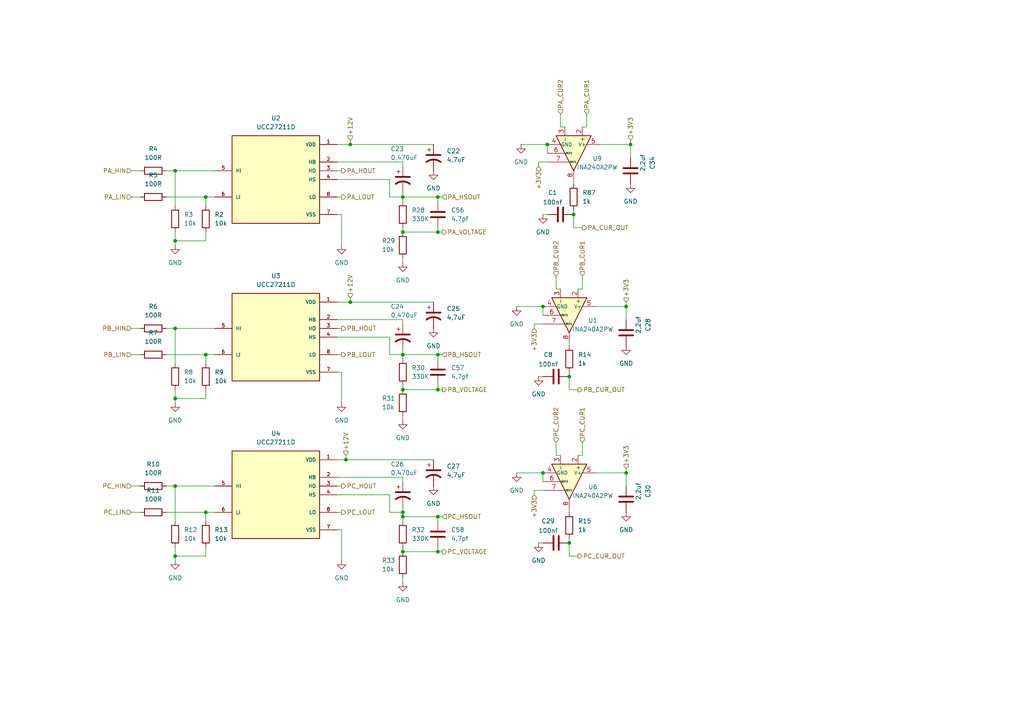
<source format=kicad_sch>
(kicad_sch (version 20250114) (generator "eeschema") (generator_version "9.0")
  (paper "A4")
  (lib_symbols
    (symbol "Amplifier_Current:INA240A2PW" (pin_names (offset 0.127))
      (property "Reference" "U" (at 3.81 3.81 0))
      (property "Value" "INA240A2PW" (at 3.81 -2.54 0))
      (symbol "INA240A2PW_0_1"
        (polyline (pts (xy 5.08 0) (xy -5.08 5.08) (xy -5.08 -5.08) (xy 5.08 0)) (stroke (width 0.254)) (fill (type background)))
      )
      (symbol "INA240A2PW_1_1"
        (pin input line (at -7.62 2.54 0) (length 2.54) (name "+") (number "2"))
        (pin input line (at -7.62 -2.54 0) (length 2.54) (name "-") (number "3"))
        (pin power_in line (at -2.54 7.62 270) (length 3.81) (name "V+") (number "5"))
        (pin passive line (at -2.54 -7.62 90) (length 3.81) (hide yes) (name "GND") (number "1"))
        (pin power_in line (at -2.54 -7.62 90) (length 3.81) (name "GND") (number "4"))
        (pin passive line (at 0 -7.62 90) (length 5.08) (name "REF2") (number "6"))
        (pin passive line (at 2.54 -7.62 90) (length 6.35) (name "REF1") (number "7"))
        (pin output line (at 7.62 0 180) (length 2.54) (name "~") (number "8"))
      )
    )
    (symbol "Device:C" (pin_numbers (hide yes)) (pin_names (offset 0.254))
      (property "Reference" "C" (at 0.635 2.54 0))
      (property "Value" "C" (at 0.635 -2.54 0))
      (symbol "C_0_1"
        (polyline (pts (xy -2.032 0.762) (xy 2.032 0.762)) (stroke (width 0.508)))
        (polyline (pts (xy -2.032 -0.762) (xy 2.032 -0.762)) (stroke (width 0.508)))
      )
      (symbol "C_1_1"
        (pin passive line (at 0 3.81 270) (length 2.794) (name "~") (number "1"))
        (pin passive line (at 0 -3.81 90) (length 2.794) (name "~") (number "2"))
      )
    )
    (symbol "Device:C_Polarized_US" (pin_numbers (hide yes)) (pin_names (offset 0.254) (hide yes))
      (property "Reference" "C" (at 0.635 2.54 0))
      (property "Value" "C_Polarized_US" (at 0.635 -2.54 0))
      (symbol "C_Polarized_US_0_1"
        (polyline (pts (xy -2.032 0.762) (xy 2.032 0.762)) (stroke (width 0.508)))
        (polyline (pts (xy -1.778 2.286) (xy -0.762 2.286)))
        (polyline (pts (xy -1.27 1.778) (xy -1.27 2.794)))
        (arc (start -2.032 -1.27) (mid 0 -0.5572) (end 2.032 -1.27) (stroke (width 0.508)))
      )
      (symbol "C_Polarized_US_1_1"
        (pin passive line (at 0 3.81 270) (length 2.794) (name "~") (number "1"))
        (pin passive line (at 0 -3.81 90) (length 3.302) (name "~") (number "2"))
      )
    )
    (symbol "Device:R" (pin_numbers (hide yes)) (pin_names (offset 0))
      (property "Reference" "R" (at 2.032 0 90))
      (property "Value" "R" (at 0 0 90))
      (symbol "R_0_1"
        (rectangle (start -1.016 -2.54) (end 1.016 2.54) (stroke (width 0.254)))
      )
      (symbol "R_1_1"
        (pin passive line (at 0 3.81 270) (length 1.27) (name "~") (number "1"))
        (pin passive line (at 0 -3.81 90) (length 1.27) (name "~") (number "2"))
      )
    )
    (symbol "GND_1" (power) (pin_numbers (hide yes)) (pin_names (offset 0) (hide yes))
      (property "Value" "GND" (at 0 -3.81 0))
      (symbol "GND_1_0_1"
        (polyline (pts (xy 0 0) (xy 0 -1.27) (xy 1.27 -1.27) (xy 0 -2.54) (xy -1.27 -1.27) (xy 0 -1.27)))
      )
      (symbol "GND_1_1_1"
        (pin power_in line (at 0 0 270) (length 0) (name "~") (number "1"))
      )
    )
    (symbol "UCC27211D:UCC27211D" (pin_names (offset 1.016))
      (property "Reference" "U" (at -12.7 13.7 0))
      (property "Value" "UCC27211D" (at -12.7 -15.24 0))
      (symbol "UCC27211D_0_0"
        (rectangle (start -12.7 -12.7) (end 12.7 12.7) (stroke (width 0.254)) (fill (type background)))
        (pin input line (at -17.78 2.54 0) (length 5.08) (name "HI") (number "5"))
        (pin input line (at -17.78 -5.08 0) (length 5.08) (name "LI") (number "6"))
        (pin power_in line (at 17.78 10.16 180) (length 5.08) (name "VDD") (number "1"))
        (pin passive line (at 17.78 5.08 180) (length 5.08) (name "HB") (number "2"))
        (pin output line (at 17.78 2.54 180) (length 5.08) (name "HO") (number "3"))
        (pin passive line (at 17.78 0 180) (length 5.08) (name "HS") (number "4"))
        (pin output line (at 17.78 -5.08 180) (length 5.08) (name "LO") (number "8"))
        (pin power_in line (at 17.78 -10.16 180) (length 5.08) (name "VSS") (number "7"))
      )
    )
    (symbol "power:GND" (power) (pin_numbers (hide yes)) (pin_names (offset 0) (hide yes))
      (property "Value" "GND" (at 0 -3.81 0))
      (symbol "GND_0_1"
        (polyline (pts (xy 0 0) (xy 0 -1.27) (xy 1.27 -1.27) (xy 0 -2.54) (xy -1.27 -1.27) (xy 0 -1.27)))
      )
      (symbol "GND_1_1"
        (pin power_in line (at 0 0 270) (length 0) (name "~") (number "1"))
      )
    )
  )
  (junction (at 116.84 67.31))
  (junction (at 116.84 148.59))
  (junction (at 50.8 140.97))
  (junction (at 165.1 157.48))
  (junction (at 127 160.02))
  (junction (at 116.84 57.15))
  (junction (at 50.8 49.53))
  (junction (at 50.8 161.29))
  (junction (at 127 102.87))
  (junction (at 166.37 62.23))
  (junction (at 50.8 69.85))
  (junction (at 157.48 137.16))
  (junction (at 59.69 57.15))
  (junction (at 158.75 41.91))
  (junction (at 100.33 133.35))
  (junction (at 59.69 148.59))
  (junction (at 181.61 137.16))
  (junction (at 116.84 160.02))
  (junction (at 116.84 102.87))
  (junction (at 50.8 95.25))
  (junction (at 116.84 113.03))
  (junction (at 181.61 88.9))
  (junction (at 182.88 41.91))
  (junction (at 127 67.31))
  (junction (at 157.48 88.9))
  (junction (at 59.69 102.87))
  (junction (at 50.8 115.57))
  (junction (at 101.6 41.91))
  (junction (at 127 57.15))
  (junction (at 127 149.86))
  (junction (at 127 113.03))
  (junction (at 116.84 149.86))
  (junction (at 165.1 109.22))
  (junction (at 101.6 87.63))
  (wire (pts (xy 116.84 46.99) (xy 97.79 46.99)))
  (wire (pts (xy 48.26 140.97) (xy 50.8 140.97)))
  (wire (pts (xy 99.06 153.67) (xy 99.06 162.56)))
  (wire (pts (xy 127 113.03) (xy 128.27 113.03)))
  (wire (pts (xy 116.84 138.43) (xy 97.79 138.43)))
  (wire (pts (xy 172.72 88.9) (xy 181.61 88.9)))
  (wire (pts (xy 156.21 157.48) (xy 157.48 157.48)))
  (wire (pts (xy 116.84 46.99) (xy 116.84 48.26)))
  (wire (pts (xy 116.84 111.76) (xy 116.84 113.03)))
  (wire (pts (xy 127 149.86) (xy 116.84 149.86)))
  (wire (pts (xy 113.03 97.79) (xy 113.03 102.87)))
  (wire (pts (xy 116.84 120.65) (xy 116.84 121.92)))
  (wire (pts (xy 165.1 100.33) (xy 165.1 99.06)))
  (wire (pts (xy 116.84 158.75) (xy 116.84 160.02)))
  (wire (pts (xy 116.84 57.15) (xy 127 57.15)))
  (wire (pts (xy 116.84 67.31) (xy 127 67.31)))
  (wire (pts (xy 168.91 36.83) (xy 170.18 36.83)))
  (wire (pts (xy 50.8 49.53) (xy 62.23 49.53)))
  (wire (pts (xy 50.8 67.31) (xy 50.8 69.85)))
  (wire (pts (xy 167.64 83.82) (xy 168.91 83.82)))
  (wire (pts (xy 50.8 161.29) (xy 59.69 161.29)))
  (wire (pts (xy 59.69 105.41) (xy 59.69 102.87)))
  (wire (pts (xy 59.69 151.13) (xy 59.69 148.59)))
  (wire (pts (xy 38.1 95.25) (xy 40.64 95.25)))
  (wire (pts (xy 99.06 107.95) (xy 97.79 107.95)))
  (wire (pts (xy 165.1 148.59) (xy 165.1 147.32)))
  (wire (pts (xy 149.86 137.16) (xy 157.48 137.16)))
  (wire (pts (xy 99.06 153.67) (xy 97.79 153.67)))
  (wire (pts (xy 154.94 93.98) (xy 154.94 95.25)))
  (wire (pts (xy 38.1 102.87) (xy 40.64 102.87)))
  (wire (pts (xy 50.8 115.57) (xy 59.69 115.57)))
  (wire (pts (xy 113.03 148.59) (xy 116.84 148.59)))
  (wire (pts (xy 101.6 86.36) (xy 101.6 87.63)))
  (wire (pts (xy 116.84 160.02) (xy 127 160.02)))
  (wire (pts (xy 113.03 52.07) (xy 113.03 57.15)))
  (wire (pts (xy 127 158.75) (xy 127 160.02)))
  (wire (pts (xy 157.48 137.16) (xy 157.48 139.7)))
  (wire (pts (xy 156.21 109.22) (xy 157.48 109.22)))
  (wire (pts (xy 97.79 148.59) (xy 99.06 148.59)))
  (wire (pts (xy 170.18 33.02) (xy 170.18 36.83)))
  (wire (pts (xy 154.94 142.24) (xy 154.94 143.51)))
  (wire (pts (xy 38.1 140.97) (xy 40.64 140.97)))
  (wire (pts (xy 166.37 53.34) (xy 166.37 52.07)))
  (wire (pts (xy 59.69 57.15) (xy 62.23 57.15)))
  (wire (pts (xy 167.64 132.08) (xy 168.91 132.08)))
  (wire (pts (xy 116.84 92.71) (xy 116.84 93.98)))
  (wire (pts (xy 173.99 41.91) (xy 182.88 41.91)))
  (wire (pts (xy 166.37 66.04) (xy 168.91 66.04)))
  (wire (pts (xy 116.84 138.43) (xy 116.84 139.7)))
  (wire (pts (xy 50.8 161.29) (xy 50.8 162.56)))
  (wire (pts (xy 38.1 57.15) (xy 40.64 57.15)))
  (wire (pts (xy 166.37 62.23) (xy 166.37 66.04)))
  (wire (pts (xy 128.27 102.87) (xy 127 102.87)))
  (wire (pts (xy 116.84 92.71) (xy 97.79 92.71)))
  (wire (pts (xy 59.69 115.57) (xy 59.69 113.03)))
  (wire (pts (xy 97.79 52.07) (xy 113.03 52.07)))
  (wire (pts (xy 50.8 69.85) (xy 59.69 69.85)))
  (wire (pts (xy 156.21 46.99) (xy 158.75 46.99)))
  (wire (pts (xy 97.79 97.79) (xy 113.03 97.79)))
  (wire (pts (xy 116.84 74.93) (xy 116.84 76.2)))
  (wire (pts (xy 157.48 88.9) (xy 157.48 91.44)))
  (wire (pts (xy 161.29 80.01) (xy 161.29 83.82)))
  (wire (pts (xy 162.56 36.83) (xy 163.83 36.83)))
  (wire (pts (xy 113.03 57.15) (xy 116.84 57.15)))
  (wire (pts (xy 127 66.04) (xy 127 67.31)))
  (wire (pts (xy 97.79 57.15) (xy 99.06 57.15)))
  (wire (pts (xy 113.03 143.51) (xy 113.03 148.59)))
  (wire (pts (xy 59.69 148.59) (xy 62.23 148.59)))
  (wire (pts (xy 172.72 137.16) (xy 181.61 137.16)))
  (wire (pts (xy 182.88 40.64) (xy 182.88 41.91)))
  (wire (pts (xy 181.61 88.9) (xy 181.61 92.71)))
  (wire (pts (xy 97.79 143.51) (xy 113.03 143.51)))
  (wire (pts (xy 154.94 93.98) (xy 157.48 93.98)))
  (wire (pts (xy 127 111.76) (xy 127 113.03)))
  (wire (pts (xy 48.26 102.87) (xy 59.69 102.87)))
  (wire (pts (xy 113.03 102.87) (xy 116.84 102.87)))
  (wire (pts (xy 116.84 55.88) (xy 116.84 57.15)))
  (wire (pts (xy 50.8 113.03) (xy 50.8 115.57)))
  (wire (pts (xy 50.8 115.57) (xy 50.8 116.84)))
  (wire (pts (xy 116.84 101.6) (xy 116.84 102.87)))
  (wire (pts (xy 127 102.87) (xy 116.84 102.87)))
  (wire (pts (xy 116.84 113.03) (xy 127 113.03)))
  (wire (pts (xy 38.1 49.53) (xy 40.64 49.53)))
  (wire (pts (xy 156.21 48.26) (xy 156.21 46.99)))
  (wire (pts (xy 157.48 62.23) (xy 158.75 62.23)))
  (wire (pts (xy 116.84 149.86) (xy 116.84 151.13)))
  (wire (pts (xy 59.69 69.85) (xy 59.69 67.31)))
  (wire (pts (xy 50.8 105.41) (xy 50.8 95.25)))
  (wire (pts (xy 50.8 140.97) (xy 62.23 140.97)))
  (wire (pts (xy 100.33 132.08) (xy 100.33 133.35)))
  (wire (pts (xy 100.33 133.35) (xy 125.73 133.35)))
  (wire (pts (xy 50.8 69.85) (xy 50.8 71.12)))
  (wire (pts (xy 97.79 102.87) (xy 99.06 102.87)))
  (wire (pts (xy 48.26 57.15) (xy 59.69 57.15)))
  (wire (pts (xy 161.29 132.08) (xy 162.56 132.08)))
  (wire (pts (xy 165.1 113.03) (xy 167.64 113.03)))
  (wire (pts (xy 165.1 161.29) (xy 167.64 161.29)))
  (wire (pts (xy 158.75 41.91) (xy 158.75 44.45)))
  (wire (pts (xy 50.8 151.13) (xy 50.8 140.97)))
  (wire (pts (xy 127 102.87) (xy 127 104.14)))
  (wire (pts (xy 59.69 102.87) (xy 62.23 102.87)))
  (wire (pts (xy 165.1 156.21) (xy 165.1 157.48)))
  (wire (pts (xy 181.61 135.89) (xy 181.61 137.16)))
  (wire (pts (xy 127 160.02) (xy 128.27 160.02)))
  (wire (pts (xy 99.06 62.23) (xy 97.79 62.23)))
  (wire (pts (xy 116.84 66.04) (xy 116.84 67.31)))
  (wire (pts (xy 149.86 88.9) (xy 157.48 88.9)))
  (wire (pts (xy 182.88 41.91) (xy 182.88 45.72)))
  (wire (pts (xy 161.29 128.27) (xy 161.29 132.08)))
  (wire (pts (xy 38.1 148.59) (xy 40.64 148.59)))
  (wire (pts (xy 128.27 149.86) (xy 127 149.86)))
  (wire (pts (xy 59.69 161.29) (xy 59.69 158.75)))
  (wire (pts (xy 168.91 128.27) (xy 168.91 132.08)))
  (wire (pts (xy 116.84 102.87) (xy 116.84 104.14)))
  (wire (pts (xy 165.1 109.22) (xy 165.1 113.03)))
  (wire (pts (xy 97.79 87.63) (xy 101.6 87.63)))
  (wire (pts (xy 101.6 41.91) (xy 97.79 41.91)))
  (wire (pts (xy 151.13 41.91) (xy 158.75 41.91)))
  (wire (pts (xy 99.06 107.95) (xy 99.06 116.84)))
  (wire (pts (xy 127 57.15) (xy 128.27 57.15)))
  (wire (pts (xy 161.29 83.82) (xy 162.56 83.82)))
  (wire (pts (xy 50.8 59.69) (xy 50.8 49.53)))
  (wire (pts (xy 116.84 147.32) (xy 116.84 148.59)))
  (wire (pts (xy 116.84 58.42) (xy 116.84 57.15)))
  (wire (pts (xy 116.84 149.86) (xy 116.84 148.59)))
  (wire (pts (xy 165.1 157.48) (xy 165.1 161.29)))
  (wire (pts (xy 97.79 133.35) (xy 100.33 133.35)))
  (wire (pts (xy 181.61 137.16) (xy 181.61 140.97)))
  (wire (pts (xy 99.06 62.23) (xy 99.06 71.12)))
  (wire (pts (xy 101.6 40.64) (xy 101.6 41.91)))
  (wire (pts (xy 154.94 142.24) (xy 157.48 142.24)))
  (wire (pts (xy 162.56 33.02) (xy 162.56 36.83)))
  (wire (pts (xy 101.6 87.63) (xy 125.73 87.63)))
  (wire (pts (xy 97.79 49.53) (xy 99.06 49.53)))
  (wire (pts (xy 50.8 95.25) (xy 62.23 95.25)))
  (wire (pts (xy 97.79 140.97) (xy 99.06 140.97)))
  (wire (pts (xy 181.61 87.63) (xy 181.61 88.9)))
  (wire (pts (xy 116.84 167.64) (xy 116.84 168.91)))
  (wire (pts (xy 125.73 41.91) (xy 101.6 41.91)))
  (wire (pts (xy 127 149.86) (xy 127 151.13)))
  (wire (pts (xy 59.69 59.69) (xy 59.69 57.15)))
  (wire (pts (xy 165.1 107.95) (xy 165.1 109.22)))
  (wire (pts (xy 168.91 80.01) (xy 168.91 83.82)))
  (wire (pts (xy 127 57.15) (xy 127 58.42)))
  (wire (pts (xy 97.79 95.25) (xy 99.06 95.25)))
  (wire (pts (xy 166.37 60.96) (xy 166.37 62.23)))
  (wire (pts (xy 127 67.31) (xy 128.27 67.31)))
  (wire (pts (xy 48.26 95.25) (xy 50.8 95.25)))
  (wire (pts (xy 48.26 148.59) (xy 59.69 148.59)))
  (wire (pts (xy 50.8 158.75) (xy 50.8 161.29)))
  (wire (pts (xy 48.26 49.53) (xy 50.8 49.53)))
  (hierarchical_label "PB_HOUT" (shape output) (at 99.06 95.25 0))
  (hierarchical_label "PB_HIN" (shape input) (at 38.1 95.25 180))
  (hierarchical_label "PC_HOUT" (shape output) (at 99.06 140.97 0))
  (hierarchical_label "PA_HOUT" (shape output) (at 99.06 49.53 0))
  (hierarchical_label "PA_CUR2" (shape input) (at 162.56 33.02 90))
  (hierarchical_label "PA_CUR_OUT" (shape output) (at 168.91 66.04 0))
  (hierarchical_label "PB_CUR_OUT" (shape output) (at 167.64 113.03 0))
  (hierarchical_label "PC_LOUT" (shape output) (at 99.06 148.59 0))
  (hierarchical_label "+3V3" (shape input) (at 154.94 143.51 270))
  (hierarchical_label "PC_HIN" (shape input) (at 38.1 140.97 180))
  (hierarchical_label "PC_VOLTAGE" (shape output) (at 128.27 160.02 0))
  (hierarchical_label "PB_LOUT" (shape output) (at 99.06 102.87 0))
  (hierarchical_label "PA_HSOUT" (shape input) (at 128.27 57.15 0))
  (hierarchical_label "PA_CUR1" (shape input) (at 170.18 33.02 90))
  (hierarchical_label "PC_LIN" (shape input) (at 38.1 148.59 180))
  (hierarchical_label "PB_LIN" (shape input) (at 38.1 102.87 180))
  (hierarchical_label "+12V" (shape input) (at 100.33 132.08 90))
  (hierarchical_label "PA_HIN" (shape input) (at 38.1 49.53 180))
  (hierarchical_label "PC_CUR1" (shape input) (at 168.91 128.27 90))
  (hierarchical_label "+3V3" (shape input) (at 156.21 48.26 270))
  (hierarchical_label "PA_LOUT" (shape output) (at 99.06 57.15 0))
  (hierarchical_label "PB_VOLTAGE" (shape output) (at 128.27 113.03 0))
  (hierarchical_label "+3V3" (shape input) (at 181.61 135.89 90))
  (hierarchical_label "PA_LIN" (shape input) (at 38.1 57.15 180))
  (hierarchical_label "PC_HSOUT" (shape input) (at 128.27 149.86 0))
  (hierarchical_label "PC_CUR2" (shape input) (at 161.29 128.27 90))
  (hierarchical_label "+3V3" (shape input) (at 182.88 40.64 90))
  (hierarchical_label "+12V" (shape input) (at 101.6 86.36 90))
  (hierarchical_label "PC_CUR_OUT" (shape output) (at 167.64 161.29 0))
  (hierarchical_label "PB_HSOUT" (shape input) (at 128.27 102.87 0))
  (hierarchical_label "PA_VOLTAGE" (shape output) (at 128.27 67.31 0))
  (hierarchical_label "+12V" (shape input) (at 101.6 40.64 90))
  (hierarchical_label "PB_CUR1" (shape input) (at 168.91 80.01 90))
  (hierarchical_label "+3V3" (shape input) (at 181.61 87.63 90))
  (hierarchical_label "+3V3" (shape input) (at 154.94 95.25 270))
  (hierarchical_label "PB_CUR2" (shape input) (at 161.29 80.01 90))
  (symbol (lib_name "GND_1") (lib_id "power:GND") (at 181.61 148.59 0) (unit 1)
    (property "Reference" "#PWR036" (effects (hide yes)))
    (property "Value" "GND" (at 181.61 153.67 0))
    (property "Description" "Power symbol creates a global label with name \"GND\" , ground" (effects (hide yes)))
  )
  (symbol (lib_id "Device:C_Polarized_US") (at 116.84 143.51 0) (unit 1)
    (property "Reference" "C26" (at 113.284 134.62 0) (effects (justify left)))
    (property "Value" "0,470uF" (at 113.284 137.16 0) (effects (justify left)))
    (property "Footprint" "Capacitor_Tantalum_SMD:CP_EIA-3216-10_Kemet-I" (effects (hide yes)))
    (property "Description" "Polarized capacitor, US symbol" (effects (hide yes)))
  )
  (symbol (lib_id "Device:R") (at 59.69 154.94 0) (unit 1)
    (property "Reference" "R13" (at 62.23 153.6699 0) (effects (justify left)))
    (property "Value" "10k" (at 62.23 156.2099 0) (effects (justify left)))
    (property "Footprint" "Resistor_SMD:R_0402_1005Metric" (effects (hide yes)))
    (property "Description" "Resistor" (effects (hide yes)))
  )
  (symbol (lib_id "Device:R") (at 166.37 57.15 180) (unit 1)
    (property "Reference" "R87" (at 168.91 55.8799 0) (effects (justify right)))
    (property "Value" "1k" (at 168.91 58.4199 0) (effects (justify right)))
    (property "Footprint" "Resistor_SMD:R_0402_1005Metric" (effects (hide yes)))
  )
  (symbol (lib_id "Device:R") (at 165.1 152.4 180) (unit 1)
    (property "Reference" "R15" (at 167.64 151.1299 0) (effects (justify right)))
    (property "Value" "1k" (at 167.64 153.6699 0) (effects (justify right)))
    (property "Footprint" "Resistor_SMD:R_0402_1005Metric" (effects (hide yes)))
  )
  (symbol (lib_id "Device:R") (at 44.45 95.25 90) (unit 1)
    (property "Reference" "R6" (at 44.45 88.9 90))
    (property "Value" "100R" (at 44.45 91.44 90))
    (property "Footprint" "Resistor_SMD:R_0402_1005Metric" (effects (hide yes)))
    (property "Description" "Resistor" (effects (hide yes)))
  )
  (symbol (lib_id "Device:C") (at 127 107.95 0) (unit 1)
    (property "Reference" "C57" (at 130.81 106.6799 0) (effects (justify left)))
    (property "Value" "4.7pf" (at 130.81 109.2199 0) (effects (justify left)))
    (property "Footprint" "Capacitor_SMD:C_0402_1005Metric" (effects (hide yes)))
    (property "Description" "Unpolarized capacitor" (effects (hide yes)))
  )
  (symbol (lib_name "GND_1") (lib_id "power:GND") (at 116.84 76.2 0) (unit 1)
    (property "Reference" "#PWR058" (effects (hide yes)))
    (property "Value" "GND" (at 116.84 81.28 0))
    (property "Description" "Power symbol creates a global label with name \"GND\" , ground" (effects (hide yes)))
  )
  (symbol (lib_id "Device:C") (at 181.61 144.78 0) (unit 1)
    (property "Reference" "C30" (at 187.96 142.494 90))
    (property "Value" "2,2uf" (at 185.166 142.494 90))
    (property "Footprint" "Capacitor_SMD:C_0402_1005Metric" (effects (hide yes)))
  )
  (symbol (lib_id "Device:C") (at 161.29 157.48 90) (unit 1)
    (property "Reference" "C29" (at 159.004 151.13 90))
    (property "Value" "100nf" (at 159.004 153.924 90))
    (property "Footprint" "Capacitor_SMD:C_0402_1005Metric" (effects (hide yes)))
  )
  (symbol (lib_id "Device:R") (at 59.69 63.5 0) (unit 1)
    (property "Reference" "R2" (at 62.23 62.2299 0) (effects (justify left)))
    (property "Value" "10k" (at 62.23 64.7699 0) (effects (justify left)))
    (property "Footprint" "Resistor_SMD:R_0402_1005Metric" (effects (hide yes)))
    (property "Description" "Resistor" (effects (hide yes)))
  )
  (symbol (lib_id "Device:R") (at 59.69 109.22 0) (unit 1)
    (property "Reference" "R9" (at 62.23 107.9499 0) (effects (justify left)))
    (property "Value" "10k" (at 62.23 110.4899 0) (effects (justify left)))
    (property "Footprint" "Resistor_SMD:R_0402_1005Metric" (effects (hide yes)))
    (property "Description" "Resistor" (effects (hide yes)))
  )
  (symbol (lib_id "Device:R") (at 50.8 63.5 0) (unit 1)
    (property "Reference" "R3" (at 53.34 62.2299 0) (effects (justify left)))
    (property "Value" "10k" (at 53.34 64.7699 0) (effects (justify left)))
    (property "Footprint" "Resistor_SMD:R_0402_1005Metric" (effects (hide yes)))
    (property "Description" "Resistor" (effects (hide yes)))
  )
  (symbol (lib_id "power:GND") (at 125.73 49.53 0) (unit 1)
    (property "Reference" "#PWR016" (effects (hide yes)))
    (property "Value" "GND" (at 125.73 54.61 0))
    (property "Description" "Power symbol creates a global label with name \"GND\" , ground" (effects (hide yes)))
  )
  (symbol (lib_id "Device:C") (at 162.56 62.23 90) (unit 1)
    (property "Reference" "C1" (at 160.274 55.88 90))
    (property "Value" "100nf" (at 160.274 58.674 90))
    (property "Footprint" "Capacitor_SMD:C_0402_1005Metric" (effects (hide yes)))
  )
  (symbol (lib_id "Device:R") (at 44.45 148.59 90) (unit 1)
    (property "Reference" "R11" (at 44.45 142.24 90))
    (property "Value" "100R" (at 44.45 144.78 90))
    (property "Footprint" "Resistor_SMD:R_0402_1005Metric" (effects (hide yes)))
    (property "Description" "Resistor" (effects (hide yes)))
  )
  (symbol (lib_name "GND_1") (lib_id "power:GND") (at 116.84 168.91 0) (unit 1)
    (property "Reference" "#PWR061" (effects (hide yes)))
    (property "Value" "GND" (at 116.84 173.99 0))
    (property "Description" "Power symbol creates a global label with name \"GND\" , ground" (effects (hide yes)))
  )
  (symbol (lib_name "GND_1") (lib_id "power:GND") (at 151.13 41.91 0) (unit 1)
    (property "Reference" "#PWR059" (effects (hide yes)))
    (property "Value" "GND" (at 151.13 46.99 0))
    (property "Description" "Power symbol creates a global label with name \"GND\" , ground" (effects (hide yes)))
  )
  (symbol (lib_name "GND_1") (lib_id "power:GND") (at 182.88 53.34 0) (unit 1)
    (property "Reference" "#PWR012" (effects (hide yes)))
    (property "Value" "GND" (at 182.88 58.42 0))
    (property "Description" "Power symbol creates a global label with name \"GND\" , ground" (effects (hide yes)))
  )
  (symbol (lib_id "UCC27211D:UCC27211D") (at 80.01 52.07 0) (unit 1)
    (property "Reference" "U2" (at 80.01 34.29 0))
    (property "Value" "UCC27211D" (at 80.01 36.83 0))
    (property "Footprint" "Package_SO:HSOP-8-1EP_3.9x4.9mm_P1.27mm_EP2.41x3.1mm_ThermalVias" (effects (hide yes)))
    (property "MF" "Texas Instruments" (effects (hide yes)))
    (property "MAXIMUM_PACKAGE_HEIGHT" "1.75 mm" (effects (hide yes)))
    (property "Package" "SOIC-8 Texas Instruments" (effects (hide yes)))
    (property "Price" "None" (effects (hide yes)))
    (property "Check_prices" "https://www.snapeda.com/parts/UCC27211D/Texas+Instruments/view-part/?ref=eda" (effects (hide yes)))
    (property "STANDARD" "Manufacturer Recommendations" (effects (hide yes)))
    (property "PARTREV" "F" (effects (hide yes)))
    (property "SnapEDA_Link" "https://www.snapeda.com/parts/UCC27211D/Texas+Instruments/view-part/?ref=snap" (effects (hide yes)))
    (property "MP" "UCC27211D" (effects (hide yes)))
    (property "Description_1" "4-A, 120-V half bridge gate driver with 8-V UVLO and TTL inputs" (effects (hide yes)))
    (property "Availability" "In Stock" (effects (hide yes)))
    (property "MANUFACTURER" "Texas Instruments" (effects (hide yes)))
  )
  (symbol (lib_id "Amplifier_Current:INA240A2PW") (at 165.1 139.7 270) (unit 1)
    (property "Reference" "U6" (at 171.958 141.224 90))
    (property "Value" "INA240A2PW" (at 171.958 143.764 90))
    (property "Footprint" "Package_SO:TSSOP-8_4.4x3mm_P0.65mm" (effects (hide yes)))
    (property "Datasheet" "http://www.ti.com/lit/ds/symlink/ina240.pdf" (effects (hide yes)))
    (property "Description" "High- and Low-Side, Bidirectional, Zero-Drift, Current-Sense Amplifier With Enhanced PWM Rejection, 50V/V, TSSOP-8" (effects (hide yes)))
  )
  (symbol (lib_id "Device:R") (at 44.45 140.97 90) (unit 1)
    (property "Reference" "R10" (at 44.45 134.62 90))
    (property "Value" "100R" (at 44.45 137.16 90))
    (property "Footprint" "Resistor_SMD:R_0402_1005Metric" (effects (hide yes)))
    (property "Description" "Resistor" (effects (hide yes)))
  )
  (symbol (lib_id "power:GND") (at 99.06 162.56 0) (unit 1)
    (property "Reference" "#PWR022" (effects (hide yes)))
    (property "Value" "GND" (at 99.06 167.64 0))
    (property "Description" "Power symbol creates a global label with name \"GND\" , ground" (effects (hide yes)))
  )
  (symbol (lib_id "Device:C_Polarized_US") (at 125.73 45.72 0) (unit 1)
    (property "Reference" "C22" (at 129.54 43.8149 0) (effects (justify left)))
    (property "Value" "4,7uF" (at 129.54 46.3549 0) (effects (justify left)))
    (property "Footprint" "Capacitor_Tantalum_SMD:CP_EIA-3216-10_Kemet-I" (effects (hide yes)))
    (property "Description" "Polarized capacitor, US symbol" (effects (hide yes)))
  )
  (symbol (lib_id "power:GND") (at 99.06 116.84 0) (unit 1)
    (property "Reference" "#PWR018" (effects (hide yes)))
    (property "Value" "GND" (at 99.06 121.92 0))
    (property "Description" "Power symbol creates a global label with name \"GND\" , ground" (effects (hide yes)))
  )
  (symbol (lib_id "UCC27211D:UCC27211D") (at 80.01 97.79 0) (unit 1)
    (property "Reference" "U3" (at 80.01 80.01 0))
    (property "Value" "UCC27211D" (at 80.01 82.55 0))
    (property "Footprint" "Package_SO:HSOP-8-1EP_3.9x4.9mm_P1.27mm_EP2.41x3.1mm_ThermalVias" (effects (hide yes)))
    (property "MF" "Texas Instruments" (effects (hide yes)))
    (property "MAXIMUM_PACKAGE_HEIGHT" "1.75 mm" (effects (hide yes)))
    (property "Package" "SOIC-8 Texas Instruments" (effects (hide yes)))
    (property "Price" "None" (effects (hide yes)))
    (property "Check_prices" "https://www.snapeda.com/parts/UCC27211D/Texas+Instruments/view-part/?ref=eda" (effects (hide yes)))
    (property "STANDARD" "Manufacturer Recommendations" (effects (hide yes)))
    (property "PARTREV" "F" (effects (hide yes)))
    (property "SnapEDA_Link" "https://www.snapeda.com/parts/UCC27211D/Texas+Instruments/view-part/?ref=snap" (effects (hide yes)))
    (property "MP" "UCC27211D" (effects (hide yes)))
    (property "Description_1" "4-A, 120-V half bridge gate driver with 8-V UVLO and TTL inputs" (effects (hide yes)))
    (property "Availability" "In Stock" (effects (hide yes)))
    (property "MANUFACTURER" "Texas Instruments" (effects (hide yes)))
  )
  (symbol (lib_id "power:GND") (at 50.8 162.56 0) (unit 1)
    (property "Reference" "#PWR021" (effects (hide yes)))
    (property "Value" "GND" (at 50.8 167.64 0))
    (property "Description" "Power symbol creates a global label with name \"GND\" , ground" (effects (hide yes)))
  )
  (symbol (lib_id "Device:C") (at 127 62.23 0) (unit 1)
    (property "Reference" "C56" (at 130.81 60.9599 0) (effects (justify left)))
    (property "Value" "4.7pf" (at 130.81 63.4999 0) (effects (justify left)))
    (property "Footprint" "Capacitor_SMD:C_0402_1005Metric" (effects (hide yes)))
    (property "Description" "Unpolarized capacitor" (effects (hide yes)))
  )
  (symbol (lib_name "GND_1") (lib_id "power:GND") (at 157.48 62.23 0) (unit 1)
    (property "Reference" "#PWR091" (effects (hide yes)))
    (property "Value" "GND" (at 157.48 67.31 0))
    (property "Description" "Power symbol creates a global label with name \"GND\" , ground" (effects (hide yes)))
  )
  (symbol (lib_id "Device:R") (at 116.84 107.95 0) (unit 1)
    (property "Reference" "R30" (at 119.38 106.6799 0) (effects (justify left)))
    (property "Value" "330K" (at 119.38 109.2199 0) (effects (justify left)))
    (property "Footprint" "Resistor_SMD:R_0402_1005Metric" (effects (hide yes)))
    (property "Description" "Resistor" (effects (hide yes)))
  )
  (symbol (lib_id "power:GND") (at 99.06 71.12 0) (unit 1)
    (property "Reference" "#PWR015" (effects (hide yes)))
    (property "Value" "GND" (at 99.06 76.2 0))
    (property "Description" "Power symbol creates a global label with name \"GND\" , ground" (effects (hide yes)))
  )
  (symbol (lib_id "Device:C") (at 181.61 96.52 0) (unit 1)
    (property "Reference" "C28" (at 187.96 94.234 90))
    (property "Value" "2,2uf" (at 185.166 94.234 90))
    (property "Footprint" "Capacitor_SMD:C_0402_1005Metric" (effects (hide yes)))
  )
  (symbol (lib_id "Device:C_Polarized_US") (at 116.84 52.07 0) (unit 1)
    (property "Reference" "C23" (at 113.284 43.18 0) (effects (justify left)))
    (property "Value" "0,470uF" (at 113.284 45.72 0) (effects (justify left)))
    (property "Footprint" "Capacitor_Tantalum_SMD:CP_EIA-3216-10_Kemet-I" (effects (hide yes)))
    (property "Description" "Polarized capacitor, US symbol" (effects (hide yes)))
  )
  (symbol (lib_id "Device:R") (at 116.84 163.83 0) (unit 1)
    (property "Reference" "R33" (at 110.744 162.56 0) (effects (justify left)))
    (property "Value" "10k" (at 110.744 165.1 0) (effects (justify left)))
    (property "Footprint" "Resistor_SMD:R_0402_1005Metric" (effects (hide yes)))
    (property "Description" "Resistor" (effects (hide yes)))
  )
  (symbol (lib_id "Device:R") (at 44.45 102.87 90) (unit 1)
    (property "Reference" "R7" (at 44.45 96.52 90))
    (property "Value" "100R" (at 44.45 99.06 90))
    (property "Footprint" "Resistor_SMD:R_0402_1005Metric" (effects (hide yes)))
    (property "Description" "Resistor" (effects (hide yes)))
  )
  (symbol (lib_id "Device:R") (at 165.1 104.14 180) (unit 1)
    (property "Reference" "R14" (at 167.64 102.8699 0) (effects (justify right)))
    (property "Value" "1k" (at 167.64 105.4099 0) (effects (justify right)))
    (property "Footprint" "Resistor_SMD:R_0402_1005Metric" (effects (hide yes)))
  )
  (symbol (lib_id "power:GND") (at 125.73 140.97 0) (unit 1)
    (property "Reference" "#PWR024" (effects (hide yes)))
    (property "Value" "GND" (at 125.73 146.05 0))
    (property "Description" "Power symbol creates a global label with name \"GND\" , ground" (effects (hide yes)))
  )
  (symbol (lib_id "Amplifier_Current:INA240A2PW") (at 166.37 44.45 270) (unit 1)
    (property "Reference" "U9" (at 173.228 45.974 90))
    (property "Value" "INA240A2PW" (at 173.228 48.514 90))
    (property "Footprint" "Package_SO:TSSOP-8_4.4x3mm_P0.65mm" (effects (hide yes)))
    (property "Datasheet" "http://www.ti.com/lit/ds/symlink/ina240.pdf" (effects (hide yes)))
    (property "Description" "High- and Low-Side, Bidirectional, Zero-Drift, Current-Sense Amplifier With Enhanced PWM Rejection, 50V/V, TSSOP-8" (effects (hide yes)))
  )
  (symbol (lib_name "GND_1") (lib_id "power:GND") (at 149.86 88.9 0) (unit 1)
    (property "Reference" "#PWR027" (effects (hide yes)))
    (property "Value" "GND" (at 149.86 93.98 0))
    (property "Description" "Power symbol creates a global label with name \"GND\" , ground" (effects (hide yes)))
  )
  (symbol (lib_id "Device:C_Polarized_US") (at 125.73 137.16 0) (unit 1)
    (property "Reference" "C27" (at 129.54 135.2549 0) (effects (justify left)))
    (property "Value" "4,7uF" (at 129.54 137.7949 0) (effects (justify left)))
    (property "Footprint" "Capacitor_Tantalum_SMD:CP_EIA-3216-10_Kemet-I" (effects (hide yes)))
    (property "Description" "Polarized capacitor, US symbol" (effects (hide yes)))
  )
  (symbol (lib_id "Device:R") (at 116.84 116.84 0) (unit 1)
    (property "Reference" "R31" (at 110.744 115.57 0) (effects (justify left)))
    (property "Value" "10k" (at 110.744 118.11 0) (effects (justify left)))
    (property "Footprint" "Resistor_SMD:R_0402_1005Metric" (effects (hide yes)))
    (property "Description" "Resistor" (effects (hide yes)))
  )
  (symbol (lib_id "UCC27211D:UCC27211D") (at 80.01 143.51 0) (unit 1)
    (property "Reference" "U4" (at 80.01 125.73 0))
    (property "Value" "UCC27211D" (at 80.01 128.27 0))
    (property "Footprint" "Package_SO:HSOP-8-1EP_3.9x4.9mm_P1.27mm_EP2.41x3.1mm_ThermalVias" (effects (hide yes)))
    (property "MF" "Texas Instruments" (effects (hide yes)))
    (property "MAXIMUM_PACKAGE_HEIGHT" "1.75 mm" (effects (hide yes)))
    (property "Package" "SOIC-8 Texas Instruments" (effects (hide yes)))
    (property "Price" "None" (effects (hide yes)))
    (property "Check_prices" "https://www.snapeda.com/parts/UCC27211D/Texas+Instruments/view-part/?ref=eda" (effects (hide yes)))
    (property "STANDARD" "Manufacturer Recommendations" (effects (hide yes)))
    (property "PARTREV" "F" (effects (hide yes)))
    (property "SnapEDA_Link" "https://www.snapeda.com/parts/UCC27211D/Texas+Instruments/view-part/?ref=snap" (effects (hide yes)))
    (property "MP" "UCC27211D" (effects (hide yes)))
    (property "Description_1" "4-A, 120-V half bridge gate driver with 8-V UVLO and TTL inputs" (effects (hide yes)))
    (property "Availability" "In Stock" (effects (hide yes)))
    (property "MANUFACTURER" "Texas Instruments" (effects (hide yes)))
  )
  (symbol (lib_name "GND_1") (lib_id "power:GND") (at 149.86 137.16 0) (unit 1)
    (property "Reference" "#PWR032" (effects (hide yes)))
    (property "Value" "GND" (at 149.86 142.24 0))
    (property "Description" "Power symbol creates a global label with name \"GND\" , ground" (effects (hide yes)))
  )
  (symbol (lib_id "Device:C_Polarized_US") (at 116.84 97.79 0) (unit 1)
    (property "Reference" "C24" (at 113.284 88.9 0) (effects (justify left)))
    (property "Value" "0,470uF" (at 113.284 91.44 0) (effects (justify left)))
    (property "Footprint" "Capacitor_Tantalum_SMD:CP_EIA-3216-10_Kemet-I" (effects (hide yes)))
    (property "Description" "Polarized capacitor, US symbol" (effects (hide yes)))
  )
  (symbol (lib_id "Device:R") (at 116.84 154.94 0) (unit 1)
    (property "Reference" "R32" (at 119.38 153.6699 0) (effects (justify left)))
    (property "Value" "330K" (at 119.38 156.2099 0) (effects (justify left)))
    (property "Footprint" "Resistor_SMD:R_0402_1005Metric" (effects (hide yes)))
    (property "Description" "Resistor" (effects (hide yes)))
  )
  (symbol (lib_id "power:GND") (at 50.8 116.84 0) (unit 1)
    (property "Reference" "#PWR017" (effects (hide yes)))
    (property "Value" "GND" (at 50.8 121.92 0))
    (property "Description" "Power symbol creates a global label with name \"GND\" , ground" (effects (hide yes)))
  )
  (symbol (lib_id "power:GND") (at 50.8 71.12 0) (unit 1)
    (property "Reference" "#PWR013" (effects (hide yes)))
    (property "Value" "GND" (at 50.8 76.2 0))
    (property "Description" "Power symbol creates a global label with name \"GND\" , ground" (effects (hide yes)))
  )
  (symbol (lib_name "GND_1") (lib_id "power:GND") (at 116.84 121.92 0) (unit 1)
    (property "Reference" "#PWR060" (effects (hide yes)))
    (property "Value" "GND" (at 116.84 127 0))
    (property "Description" "Power symbol creates a global label with name \"GND\" , ground" (effects (hide yes)))
  )
  (symbol (lib_name "GND_1") (lib_id "power:GND") (at 181.61 100.33 0) (unit 1)
    (property "Reference" "#PWR031" (effects (hide yes)))
    (property "Value" "GND" (at 181.61 105.41 0))
    (property "Description" "Power symbol creates a global label with name \"GND\" , ground" (effects (hide yes)))
  )
  (symbol (lib_id "Device:R") (at 50.8 109.22 0) (unit 1)
    (property "Reference" "R8" (at 53.34 107.9499 0) (effects (justify left)))
    (property "Value" "10k" (at 53.34 110.4899 0) (effects (justify left)))
    (property "Footprint" "Resistor_SMD:R_0402_1005Metric" (effects (hide yes)))
    (property "Description" "Resistor" (effects (hide yes)))
  )
  (symbol (lib_id "Device:R") (at 44.45 57.15 90) (unit 1)
    (property "Reference" "R5" (at 44.45 50.8 90))
    (property "Value" "100R" (at 44.45 53.34 90))
    (property "Footprint" "Resistor_SMD:R_0402_1005Metric" (effects (hide yes)))
    (property "Description" "Resistor" (effects (hide yes)))
  )
  (symbol (lib_id "Device:C") (at 127 154.94 0) (unit 1)
    (property "Reference" "C58" (at 130.81 153.6699 0) (effects (justify left)))
    (property "Value" "4.7pf" (at 130.81 156.2099 0) (effects (justify left)))
    (property "Footprint" "Capacitor_SMD:C_0402_1005Metric" (effects (hide yes)))
    (property "Description" "Unpolarized capacitor" (effects (hide yes)))
  )
  (symbol (lib_name "GND_1") (lib_id "power:GND") (at 156.21 157.48 0) (unit 1)
    (property "Reference" "#PWR034" (effects (hide yes)))
    (property "Value" "GND" (at 156.21 162.56 0))
    (property "Description" "Power symbol creates a global label with name \"GND\" , ground" (effects (hide yes)))
  )
  (symbol (lib_id "Device:R") (at 116.84 71.12 0) (unit 1)
    (property "Reference" "R29" (at 110.744 69.85 0) (effects (justify left)))
    (property "Value" "10k" (at 110.744 72.39 0) (effects (justify left)))
    (property "Footprint" "Resistor_SMD:R_0402_1005Metric" (effects (hide yes)))
    (property "Description" "Resistor" (effects (hide yes)))
  )
  (symbol (lib_id "Device:R") (at 50.8 154.94 0) (unit 1)
    (property "Reference" "R12" (at 53.34 153.6699 0) (effects (justify left)))
    (property "Value" "10k" (at 53.34 156.2099 0) (effects (justify left)))
    (property "Footprint" "Resistor_SMD:R_0402_1005Metric" (effects (hide yes)))
    (property "Description" "Resistor" (effects (hide yes)))
  )
  (symbol (lib_name "GND_1") (lib_id "power:GND") (at 156.21 109.22 0) (unit 1)
    (property "Reference" "#PWR029" (effects (hide yes)))
    (property "Value" "GND" (at 156.21 114.3 0))
    (property "Description" "Power symbol creates a global label with name \"GND\" , ground" (effects (hide yes)))
  )
  (symbol (lib_id "Device:R") (at 44.45 49.53 90) (unit 1)
    (property "Reference" "R4" (at 44.45 43.18 90))
    (property "Value" "100R" (at 44.45 45.72 90))
    (property "Footprint" "Resistor_SMD:R_0402_1005Metric" (effects (hide yes)))
    (property "Description" "Resistor" (effects (hide yes)))
  )
  (symbol (lib_id "power:GND") (at 125.73 95.25 0) (unit 1)
    (property "Reference" "#PWR020" (effects (hide yes)))
    (property "Value" "GND" (at 125.73 100.33 0))
    (property "Description" "Power symbol creates a global label with name \"GND\" , ground" (effects (hide yes)))
  )
  (symbol (lib_id "Device:C") (at 182.88 49.53 0) (unit 1)
    (property "Reference" "C34" (at 189.23 47.244 90))
    (property "Value" "2,2uf" (at 186.436 47.244 90))
    (property "Footprint" "Capacitor_SMD:C_0402_1005Metric" (effects (hide yes)))
  )
  (symbol (lib_id "Device:C_Polarized_US") (at 125.73 91.44 0) (unit 1)
    (property "Reference" "C25" (at 129.54 89.5349 0) (effects (justify left)))
    (property "Value" "4,7uF" (at 129.54 92.0749 0) (effects (justify left)))
    (property "Footprint" "Capacitor_Tantalum_SMD:CP_EIA-3216-10_Kemet-I" (effects (hide yes)))
    (property "Description" "Polarized capacitor, US symbol" (effects (hide yes)))
  )
  (symbol (lib_id "Device:C") (at 161.29 109.22 90) (unit 1)
    (property "Reference" "C8" (at 159.004 102.87 90))
    (property "Value" "100nf" (at 159.004 105.664 90))
    (property "Footprint" "Capacitor_SMD:C_0402_1005Metric" (effects (hide yes)))
  )
  (symbol (lib_id "Amplifier_Current:INA240A2PW") (at 165.1 91.44 270) (unit 1)
    (property "Reference" "U1" (at 171.958 92.964 90))
    (property "Value" "INA240A2PW" (at 171.958 95.504 90))
    (property "Footprint" "Package_SO:TSSOP-8_4.4x3mm_P0.65mm" (effects (hide yes)))
    (property "Datasheet" "http://www.ti.com/lit/ds/symlink/ina240.pdf" (effects (hide yes)))
    (property "Description" "High- and Low-Side, Bidirectional, Zero-Drift, Current-Sense Amplifier With Enhanced PWM Rejection, 50V/V, TSSOP-8" (effects (hide yes)))
  )
  (symbol (lib_id "Device:R") (at 116.84 62.23 0) (unit 1)
    (property "Reference" "R28" (at 119.38 60.9599 0) (effects (justify left)))
    (property "Value" "330K" (at 119.38 63.4999 0) (effects (justify left)))
    (property "Footprint" "Resistor_SMD:R_0402_1005Metric" (effects (hide yes)))
    (property "Description" "Resistor" (effects (hide yes)))
  )
)
</source>
